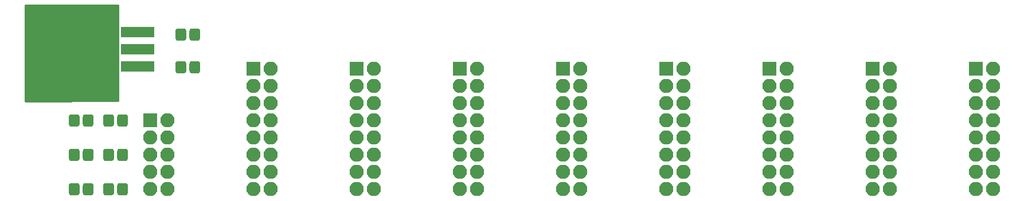
<source format=gbr>
G04 #@! TF.GenerationSoftware,KiCad,Pcbnew,(5.0.0-3-g5ebb6b6)*
G04 #@! TF.CreationDate,2018-12-12T10:22:58+00:00*
G04 #@! TF.ProjectId,PSUExtensionBoard,505355457874656E73696F6E426F6172,rev?*
G04 #@! TF.SameCoordinates,Original*
G04 #@! TF.FileFunction,Soldermask,Top*
G04 #@! TF.FilePolarity,Negative*
%FSLAX46Y46*%
G04 Gerber Fmt 4.6, Leading zero omitted, Abs format (unit mm)*
G04 Created by KiCad (PCBNEW (5.0.0-3-g5ebb6b6)) date Wednesday, 12 December 2018 at 10:22:58*
%MOMM*%
%LPD*%
G01*
G04 APERTURE LIST*
%ADD10R,5.000000X1.500000*%
%ADD11R,9.800000X11.200000*%
%ADD12C,0.100000*%
%ADD13C,1.550000*%
%ADD14R,2.100000X2.100000*%
%ADD15O,2.100000X2.100000*%
%ADD16C,0.254000*%
G04 APERTURE END LIST*
D10*
G04 #@! TO.C,U_REG1*
X66735000Y-92392500D03*
X66735000Y-89852500D03*
X66735000Y-87312500D03*
D11*
X57585000Y-89852500D03*
G04 #@! TD*
D12*
G04 #@! TO.C,C1*
G36*
X73614071Y-91557623D02*
X73646781Y-91562475D01*
X73678857Y-91570509D01*
X73709991Y-91581649D01*
X73739884Y-91595787D01*
X73768247Y-91612787D01*
X73794807Y-91632485D01*
X73819308Y-91654692D01*
X73841515Y-91679193D01*
X73861213Y-91705753D01*
X73878213Y-91734116D01*
X73892351Y-91764009D01*
X73903491Y-91795143D01*
X73911525Y-91827219D01*
X73916377Y-91859929D01*
X73918000Y-91892956D01*
X73918000Y-93019044D01*
X73916377Y-93052071D01*
X73911525Y-93084781D01*
X73903491Y-93116857D01*
X73892351Y-93147991D01*
X73878213Y-93177884D01*
X73861213Y-93206247D01*
X73841515Y-93232807D01*
X73819308Y-93257308D01*
X73794807Y-93279515D01*
X73768247Y-93299213D01*
X73739884Y-93316213D01*
X73709991Y-93330351D01*
X73678857Y-93341491D01*
X73646781Y-93349525D01*
X73614071Y-93354377D01*
X73581044Y-93356000D01*
X72704956Y-93356000D01*
X72671929Y-93354377D01*
X72639219Y-93349525D01*
X72607143Y-93341491D01*
X72576009Y-93330351D01*
X72546116Y-93316213D01*
X72517753Y-93299213D01*
X72491193Y-93279515D01*
X72466692Y-93257308D01*
X72444485Y-93232807D01*
X72424787Y-93206247D01*
X72407787Y-93177884D01*
X72393649Y-93147991D01*
X72382509Y-93116857D01*
X72374475Y-93084781D01*
X72369623Y-93052071D01*
X72368000Y-93019044D01*
X72368000Y-91892956D01*
X72369623Y-91859929D01*
X72374475Y-91827219D01*
X72382509Y-91795143D01*
X72393649Y-91764009D01*
X72407787Y-91734116D01*
X72424787Y-91705753D01*
X72444485Y-91679193D01*
X72466692Y-91654692D01*
X72491193Y-91632485D01*
X72517753Y-91612787D01*
X72546116Y-91595787D01*
X72576009Y-91581649D01*
X72607143Y-91570509D01*
X72639219Y-91562475D01*
X72671929Y-91557623D01*
X72704956Y-91556000D01*
X73581044Y-91556000D01*
X73614071Y-91557623D01*
X73614071Y-91557623D01*
G37*
D13*
X73143000Y-92456000D03*
D12*
G36*
X75664071Y-91557623D02*
X75696781Y-91562475D01*
X75728857Y-91570509D01*
X75759991Y-91581649D01*
X75789884Y-91595787D01*
X75818247Y-91612787D01*
X75844807Y-91632485D01*
X75869308Y-91654692D01*
X75891515Y-91679193D01*
X75911213Y-91705753D01*
X75928213Y-91734116D01*
X75942351Y-91764009D01*
X75953491Y-91795143D01*
X75961525Y-91827219D01*
X75966377Y-91859929D01*
X75968000Y-91892956D01*
X75968000Y-93019044D01*
X75966377Y-93052071D01*
X75961525Y-93084781D01*
X75953491Y-93116857D01*
X75942351Y-93147991D01*
X75928213Y-93177884D01*
X75911213Y-93206247D01*
X75891515Y-93232807D01*
X75869308Y-93257308D01*
X75844807Y-93279515D01*
X75818247Y-93299213D01*
X75789884Y-93316213D01*
X75759991Y-93330351D01*
X75728857Y-93341491D01*
X75696781Y-93349525D01*
X75664071Y-93354377D01*
X75631044Y-93356000D01*
X74754956Y-93356000D01*
X74721929Y-93354377D01*
X74689219Y-93349525D01*
X74657143Y-93341491D01*
X74626009Y-93330351D01*
X74596116Y-93316213D01*
X74567753Y-93299213D01*
X74541193Y-93279515D01*
X74516692Y-93257308D01*
X74494485Y-93232807D01*
X74474787Y-93206247D01*
X74457787Y-93177884D01*
X74443649Y-93147991D01*
X74432509Y-93116857D01*
X74424475Y-93084781D01*
X74419623Y-93052071D01*
X74418000Y-93019044D01*
X74418000Y-91892956D01*
X74419623Y-91859929D01*
X74424475Y-91827219D01*
X74432509Y-91795143D01*
X74443649Y-91764009D01*
X74457787Y-91734116D01*
X74474787Y-91705753D01*
X74494485Y-91679193D01*
X74516692Y-91654692D01*
X74541193Y-91632485D01*
X74567753Y-91612787D01*
X74596116Y-91595787D01*
X74626009Y-91581649D01*
X74657143Y-91570509D01*
X74689219Y-91562475D01*
X74721929Y-91557623D01*
X74754956Y-91556000D01*
X75631044Y-91556000D01*
X75664071Y-91557623D01*
X75664071Y-91557623D01*
G37*
D13*
X75193000Y-92456000D03*
G04 #@! TD*
D12*
G04 #@! TO.C,C2*
G36*
X73614071Y-86731623D02*
X73646781Y-86736475D01*
X73678857Y-86744509D01*
X73709991Y-86755649D01*
X73739884Y-86769787D01*
X73768247Y-86786787D01*
X73794807Y-86806485D01*
X73819308Y-86828692D01*
X73841515Y-86853193D01*
X73861213Y-86879753D01*
X73878213Y-86908116D01*
X73892351Y-86938009D01*
X73903491Y-86969143D01*
X73911525Y-87001219D01*
X73916377Y-87033929D01*
X73918000Y-87066956D01*
X73918000Y-88193044D01*
X73916377Y-88226071D01*
X73911525Y-88258781D01*
X73903491Y-88290857D01*
X73892351Y-88321991D01*
X73878213Y-88351884D01*
X73861213Y-88380247D01*
X73841515Y-88406807D01*
X73819308Y-88431308D01*
X73794807Y-88453515D01*
X73768247Y-88473213D01*
X73739884Y-88490213D01*
X73709991Y-88504351D01*
X73678857Y-88515491D01*
X73646781Y-88523525D01*
X73614071Y-88528377D01*
X73581044Y-88530000D01*
X72704956Y-88530000D01*
X72671929Y-88528377D01*
X72639219Y-88523525D01*
X72607143Y-88515491D01*
X72576009Y-88504351D01*
X72546116Y-88490213D01*
X72517753Y-88473213D01*
X72491193Y-88453515D01*
X72466692Y-88431308D01*
X72444485Y-88406807D01*
X72424787Y-88380247D01*
X72407787Y-88351884D01*
X72393649Y-88321991D01*
X72382509Y-88290857D01*
X72374475Y-88258781D01*
X72369623Y-88226071D01*
X72368000Y-88193044D01*
X72368000Y-87066956D01*
X72369623Y-87033929D01*
X72374475Y-87001219D01*
X72382509Y-86969143D01*
X72393649Y-86938009D01*
X72407787Y-86908116D01*
X72424787Y-86879753D01*
X72444485Y-86853193D01*
X72466692Y-86828692D01*
X72491193Y-86806485D01*
X72517753Y-86786787D01*
X72546116Y-86769787D01*
X72576009Y-86755649D01*
X72607143Y-86744509D01*
X72639219Y-86736475D01*
X72671929Y-86731623D01*
X72704956Y-86730000D01*
X73581044Y-86730000D01*
X73614071Y-86731623D01*
X73614071Y-86731623D01*
G37*
D13*
X73143000Y-87630000D03*
D12*
G36*
X75664071Y-86731623D02*
X75696781Y-86736475D01*
X75728857Y-86744509D01*
X75759991Y-86755649D01*
X75789884Y-86769787D01*
X75818247Y-86786787D01*
X75844807Y-86806485D01*
X75869308Y-86828692D01*
X75891515Y-86853193D01*
X75911213Y-86879753D01*
X75928213Y-86908116D01*
X75942351Y-86938009D01*
X75953491Y-86969143D01*
X75961525Y-87001219D01*
X75966377Y-87033929D01*
X75968000Y-87066956D01*
X75968000Y-88193044D01*
X75966377Y-88226071D01*
X75961525Y-88258781D01*
X75953491Y-88290857D01*
X75942351Y-88321991D01*
X75928213Y-88351884D01*
X75911213Y-88380247D01*
X75891515Y-88406807D01*
X75869308Y-88431308D01*
X75844807Y-88453515D01*
X75818247Y-88473213D01*
X75789884Y-88490213D01*
X75759991Y-88504351D01*
X75728857Y-88515491D01*
X75696781Y-88523525D01*
X75664071Y-88528377D01*
X75631044Y-88530000D01*
X74754956Y-88530000D01*
X74721929Y-88528377D01*
X74689219Y-88523525D01*
X74657143Y-88515491D01*
X74626009Y-88504351D01*
X74596116Y-88490213D01*
X74567753Y-88473213D01*
X74541193Y-88453515D01*
X74516692Y-88431308D01*
X74494485Y-88406807D01*
X74474787Y-88380247D01*
X74457787Y-88351884D01*
X74443649Y-88321991D01*
X74432509Y-88290857D01*
X74424475Y-88258781D01*
X74419623Y-88226071D01*
X74418000Y-88193044D01*
X74418000Y-87066956D01*
X74419623Y-87033929D01*
X74424475Y-87001219D01*
X74432509Y-86969143D01*
X74443649Y-86938009D01*
X74457787Y-86908116D01*
X74474787Y-86879753D01*
X74494485Y-86853193D01*
X74516692Y-86828692D01*
X74541193Y-86806485D01*
X74567753Y-86786787D01*
X74596116Y-86769787D01*
X74626009Y-86755649D01*
X74657143Y-86744509D01*
X74689219Y-86736475D01*
X74721929Y-86731623D01*
X74754956Y-86730000D01*
X75631044Y-86730000D01*
X75664071Y-86731623D01*
X75664071Y-86731623D01*
G37*
D13*
X75193000Y-87630000D03*
G04 #@! TD*
D12*
G04 #@! TO.C,D_5VPP1*
G36*
X57866071Y-104511623D02*
X57898781Y-104516475D01*
X57930857Y-104524509D01*
X57961991Y-104535649D01*
X57991884Y-104549787D01*
X58020247Y-104566787D01*
X58046807Y-104586485D01*
X58071308Y-104608692D01*
X58093515Y-104633193D01*
X58113213Y-104659753D01*
X58130213Y-104688116D01*
X58144351Y-104718009D01*
X58155491Y-104749143D01*
X58163525Y-104781219D01*
X58168377Y-104813929D01*
X58170000Y-104846956D01*
X58170000Y-105973044D01*
X58168377Y-106006071D01*
X58163525Y-106038781D01*
X58155491Y-106070857D01*
X58144351Y-106101991D01*
X58130213Y-106131884D01*
X58113213Y-106160247D01*
X58093515Y-106186807D01*
X58071308Y-106211308D01*
X58046807Y-106233515D01*
X58020247Y-106253213D01*
X57991884Y-106270213D01*
X57961991Y-106284351D01*
X57930857Y-106295491D01*
X57898781Y-106303525D01*
X57866071Y-106308377D01*
X57833044Y-106310000D01*
X56956956Y-106310000D01*
X56923929Y-106308377D01*
X56891219Y-106303525D01*
X56859143Y-106295491D01*
X56828009Y-106284351D01*
X56798116Y-106270213D01*
X56769753Y-106253213D01*
X56743193Y-106233515D01*
X56718692Y-106211308D01*
X56696485Y-106186807D01*
X56676787Y-106160247D01*
X56659787Y-106131884D01*
X56645649Y-106101991D01*
X56634509Y-106070857D01*
X56626475Y-106038781D01*
X56621623Y-106006071D01*
X56620000Y-105973044D01*
X56620000Y-104846956D01*
X56621623Y-104813929D01*
X56626475Y-104781219D01*
X56634509Y-104749143D01*
X56645649Y-104718009D01*
X56659787Y-104688116D01*
X56676787Y-104659753D01*
X56696485Y-104633193D01*
X56718692Y-104608692D01*
X56743193Y-104586485D01*
X56769753Y-104566787D01*
X56798116Y-104549787D01*
X56828009Y-104535649D01*
X56859143Y-104524509D01*
X56891219Y-104516475D01*
X56923929Y-104511623D01*
X56956956Y-104510000D01*
X57833044Y-104510000D01*
X57866071Y-104511623D01*
X57866071Y-104511623D01*
G37*
D13*
X57395000Y-105410000D03*
D12*
G36*
X59916071Y-104511623D02*
X59948781Y-104516475D01*
X59980857Y-104524509D01*
X60011991Y-104535649D01*
X60041884Y-104549787D01*
X60070247Y-104566787D01*
X60096807Y-104586485D01*
X60121308Y-104608692D01*
X60143515Y-104633193D01*
X60163213Y-104659753D01*
X60180213Y-104688116D01*
X60194351Y-104718009D01*
X60205491Y-104749143D01*
X60213525Y-104781219D01*
X60218377Y-104813929D01*
X60220000Y-104846956D01*
X60220000Y-105973044D01*
X60218377Y-106006071D01*
X60213525Y-106038781D01*
X60205491Y-106070857D01*
X60194351Y-106101991D01*
X60180213Y-106131884D01*
X60163213Y-106160247D01*
X60143515Y-106186807D01*
X60121308Y-106211308D01*
X60096807Y-106233515D01*
X60070247Y-106253213D01*
X60041884Y-106270213D01*
X60011991Y-106284351D01*
X59980857Y-106295491D01*
X59948781Y-106303525D01*
X59916071Y-106308377D01*
X59883044Y-106310000D01*
X59006956Y-106310000D01*
X58973929Y-106308377D01*
X58941219Y-106303525D01*
X58909143Y-106295491D01*
X58878009Y-106284351D01*
X58848116Y-106270213D01*
X58819753Y-106253213D01*
X58793193Y-106233515D01*
X58768692Y-106211308D01*
X58746485Y-106186807D01*
X58726787Y-106160247D01*
X58709787Y-106131884D01*
X58695649Y-106101991D01*
X58684509Y-106070857D01*
X58676475Y-106038781D01*
X58671623Y-106006071D01*
X58670000Y-105973044D01*
X58670000Y-104846956D01*
X58671623Y-104813929D01*
X58676475Y-104781219D01*
X58684509Y-104749143D01*
X58695649Y-104718009D01*
X58709787Y-104688116D01*
X58726787Y-104659753D01*
X58746485Y-104633193D01*
X58768692Y-104608692D01*
X58793193Y-104586485D01*
X58819753Y-104566787D01*
X58848116Y-104549787D01*
X58878009Y-104535649D01*
X58909143Y-104524509D01*
X58941219Y-104516475D01*
X58973929Y-104511623D01*
X59006956Y-104510000D01*
X59883044Y-104510000D01*
X59916071Y-104511623D01*
X59916071Y-104511623D01*
G37*
D13*
X59445000Y-105410000D03*
G04 #@! TD*
D12*
G04 #@! TO.C,D_NEG1*
G36*
X57866071Y-109591623D02*
X57898781Y-109596475D01*
X57930857Y-109604509D01*
X57961991Y-109615649D01*
X57991884Y-109629787D01*
X58020247Y-109646787D01*
X58046807Y-109666485D01*
X58071308Y-109688692D01*
X58093515Y-109713193D01*
X58113213Y-109739753D01*
X58130213Y-109768116D01*
X58144351Y-109798009D01*
X58155491Y-109829143D01*
X58163525Y-109861219D01*
X58168377Y-109893929D01*
X58170000Y-109926956D01*
X58170000Y-111053044D01*
X58168377Y-111086071D01*
X58163525Y-111118781D01*
X58155491Y-111150857D01*
X58144351Y-111181991D01*
X58130213Y-111211884D01*
X58113213Y-111240247D01*
X58093515Y-111266807D01*
X58071308Y-111291308D01*
X58046807Y-111313515D01*
X58020247Y-111333213D01*
X57991884Y-111350213D01*
X57961991Y-111364351D01*
X57930857Y-111375491D01*
X57898781Y-111383525D01*
X57866071Y-111388377D01*
X57833044Y-111390000D01*
X56956956Y-111390000D01*
X56923929Y-111388377D01*
X56891219Y-111383525D01*
X56859143Y-111375491D01*
X56828009Y-111364351D01*
X56798116Y-111350213D01*
X56769753Y-111333213D01*
X56743193Y-111313515D01*
X56718692Y-111291308D01*
X56696485Y-111266807D01*
X56676787Y-111240247D01*
X56659787Y-111211884D01*
X56645649Y-111181991D01*
X56634509Y-111150857D01*
X56626475Y-111118781D01*
X56621623Y-111086071D01*
X56620000Y-111053044D01*
X56620000Y-109926956D01*
X56621623Y-109893929D01*
X56626475Y-109861219D01*
X56634509Y-109829143D01*
X56645649Y-109798009D01*
X56659787Y-109768116D01*
X56676787Y-109739753D01*
X56696485Y-109713193D01*
X56718692Y-109688692D01*
X56743193Y-109666485D01*
X56769753Y-109646787D01*
X56798116Y-109629787D01*
X56828009Y-109615649D01*
X56859143Y-109604509D01*
X56891219Y-109596475D01*
X56923929Y-109591623D01*
X56956956Y-109590000D01*
X57833044Y-109590000D01*
X57866071Y-109591623D01*
X57866071Y-109591623D01*
G37*
D13*
X57395000Y-110490000D03*
D12*
G36*
X59916071Y-109591623D02*
X59948781Y-109596475D01*
X59980857Y-109604509D01*
X60011991Y-109615649D01*
X60041884Y-109629787D01*
X60070247Y-109646787D01*
X60096807Y-109666485D01*
X60121308Y-109688692D01*
X60143515Y-109713193D01*
X60163213Y-109739753D01*
X60180213Y-109768116D01*
X60194351Y-109798009D01*
X60205491Y-109829143D01*
X60213525Y-109861219D01*
X60218377Y-109893929D01*
X60220000Y-109926956D01*
X60220000Y-111053044D01*
X60218377Y-111086071D01*
X60213525Y-111118781D01*
X60205491Y-111150857D01*
X60194351Y-111181991D01*
X60180213Y-111211884D01*
X60163213Y-111240247D01*
X60143515Y-111266807D01*
X60121308Y-111291308D01*
X60096807Y-111313515D01*
X60070247Y-111333213D01*
X60041884Y-111350213D01*
X60011991Y-111364351D01*
X59980857Y-111375491D01*
X59948781Y-111383525D01*
X59916071Y-111388377D01*
X59883044Y-111390000D01*
X59006956Y-111390000D01*
X58973929Y-111388377D01*
X58941219Y-111383525D01*
X58909143Y-111375491D01*
X58878009Y-111364351D01*
X58848116Y-111350213D01*
X58819753Y-111333213D01*
X58793193Y-111313515D01*
X58768692Y-111291308D01*
X58746485Y-111266807D01*
X58726787Y-111240247D01*
X58709787Y-111211884D01*
X58695649Y-111181991D01*
X58684509Y-111150857D01*
X58676475Y-111118781D01*
X58671623Y-111086071D01*
X58670000Y-111053044D01*
X58670000Y-109926956D01*
X58671623Y-109893929D01*
X58676475Y-109861219D01*
X58684509Y-109829143D01*
X58695649Y-109798009D01*
X58709787Y-109768116D01*
X58726787Y-109739753D01*
X58746485Y-109713193D01*
X58768692Y-109688692D01*
X58793193Y-109666485D01*
X58819753Y-109646787D01*
X58848116Y-109629787D01*
X58878009Y-109615649D01*
X58909143Y-109604509D01*
X58941219Y-109596475D01*
X58973929Y-109591623D01*
X59006956Y-109590000D01*
X59883044Y-109590000D01*
X59916071Y-109591623D01*
X59916071Y-109591623D01*
G37*
D13*
X59445000Y-110490000D03*
G04 #@! TD*
D12*
G04 #@! TO.C,D_POS1*
G36*
X57866071Y-99431623D02*
X57898781Y-99436475D01*
X57930857Y-99444509D01*
X57961991Y-99455649D01*
X57991884Y-99469787D01*
X58020247Y-99486787D01*
X58046807Y-99506485D01*
X58071308Y-99528692D01*
X58093515Y-99553193D01*
X58113213Y-99579753D01*
X58130213Y-99608116D01*
X58144351Y-99638009D01*
X58155491Y-99669143D01*
X58163525Y-99701219D01*
X58168377Y-99733929D01*
X58170000Y-99766956D01*
X58170000Y-100893044D01*
X58168377Y-100926071D01*
X58163525Y-100958781D01*
X58155491Y-100990857D01*
X58144351Y-101021991D01*
X58130213Y-101051884D01*
X58113213Y-101080247D01*
X58093515Y-101106807D01*
X58071308Y-101131308D01*
X58046807Y-101153515D01*
X58020247Y-101173213D01*
X57991884Y-101190213D01*
X57961991Y-101204351D01*
X57930857Y-101215491D01*
X57898781Y-101223525D01*
X57866071Y-101228377D01*
X57833044Y-101230000D01*
X56956956Y-101230000D01*
X56923929Y-101228377D01*
X56891219Y-101223525D01*
X56859143Y-101215491D01*
X56828009Y-101204351D01*
X56798116Y-101190213D01*
X56769753Y-101173213D01*
X56743193Y-101153515D01*
X56718692Y-101131308D01*
X56696485Y-101106807D01*
X56676787Y-101080247D01*
X56659787Y-101051884D01*
X56645649Y-101021991D01*
X56634509Y-100990857D01*
X56626475Y-100958781D01*
X56621623Y-100926071D01*
X56620000Y-100893044D01*
X56620000Y-99766956D01*
X56621623Y-99733929D01*
X56626475Y-99701219D01*
X56634509Y-99669143D01*
X56645649Y-99638009D01*
X56659787Y-99608116D01*
X56676787Y-99579753D01*
X56696485Y-99553193D01*
X56718692Y-99528692D01*
X56743193Y-99506485D01*
X56769753Y-99486787D01*
X56798116Y-99469787D01*
X56828009Y-99455649D01*
X56859143Y-99444509D01*
X56891219Y-99436475D01*
X56923929Y-99431623D01*
X56956956Y-99430000D01*
X57833044Y-99430000D01*
X57866071Y-99431623D01*
X57866071Y-99431623D01*
G37*
D13*
X57395000Y-100330000D03*
D12*
G36*
X59916071Y-99431623D02*
X59948781Y-99436475D01*
X59980857Y-99444509D01*
X60011991Y-99455649D01*
X60041884Y-99469787D01*
X60070247Y-99486787D01*
X60096807Y-99506485D01*
X60121308Y-99528692D01*
X60143515Y-99553193D01*
X60163213Y-99579753D01*
X60180213Y-99608116D01*
X60194351Y-99638009D01*
X60205491Y-99669143D01*
X60213525Y-99701219D01*
X60218377Y-99733929D01*
X60220000Y-99766956D01*
X60220000Y-100893044D01*
X60218377Y-100926071D01*
X60213525Y-100958781D01*
X60205491Y-100990857D01*
X60194351Y-101021991D01*
X60180213Y-101051884D01*
X60163213Y-101080247D01*
X60143515Y-101106807D01*
X60121308Y-101131308D01*
X60096807Y-101153515D01*
X60070247Y-101173213D01*
X60041884Y-101190213D01*
X60011991Y-101204351D01*
X59980857Y-101215491D01*
X59948781Y-101223525D01*
X59916071Y-101228377D01*
X59883044Y-101230000D01*
X59006956Y-101230000D01*
X58973929Y-101228377D01*
X58941219Y-101223525D01*
X58909143Y-101215491D01*
X58878009Y-101204351D01*
X58848116Y-101190213D01*
X58819753Y-101173213D01*
X58793193Y-101153515D01*
X58768692Y-101131308D01*
X58746485Y-101106807D01*
X58726787Y-101080247D01*
X58709787Y-101051884D01*
X58695649Y-101021991D01*
X58684509Y-100990857D01*
X58676475Y-100958781D01*
X58671623Y-100926071D01*
X58670000Y-100893044D01*
X58670000Y-99766956D01*
X58671623Y-99733929D01*
X58676475Y-99701219D01*
X58684509Y-99669143D01*
X58695649Y-99638009D01*
X58709787Y-99608116D01*
X58726787Y-99579753D01*
X58746485Y-99553193D01*
X58768692Y-99528692D01*
X58793193Y-99506485D01*
X58819753Y-99486787D01*
X58848116Y-99469787D01*
X58878009Y-99455649D01*
X58909143Y-99444509D01*
X58941219Y-99436475D01*
X58973929Y-99431623D01*
X59006956Y-99430000D01*
X59883044Y-99430000D01*
X59916071Y-99431623D01*
X59916071Y-99431623D01*
G37*
D13*
X59445000Y-100330000D03*
G04 #@! TD*
D14*
G04 #@! TO.C,J_IN1*
X68580000Y-100330000D03*
D15*
X71120000Y-100330000D03*
X68580000Y-102870000D03*
X71120000Y-102870000D03*
X68580000Y-105410000D03*
X71120000Y-105410000D03*
X68580000Y-107950000D03*
X71120000Y-107950000D03*
X68580000Y-110490000D03*
X71120000Y-110490000D03*
G04 #@! TD*
D14*
G04 #@! TO.C,J_OUT1*
X83820000Y-92710000D03*
D15*
X86360000Y-92710000D03*
X83820000Y-95250000D03*
X86360000Y-95250000D03*
X83820000Y-97790000D03*
X86360000Y-97790000D03*
X83820000Y-100330000D03*
X86360000Y-100330000D03*
X83820000Y-102870000D03*
X86360000Y-102870000D03*
X83820000Y-105410000D03*
X86360000Y-105410000D03*
X83820000Y-107950000D03*
X86360000Y-107950000D03*
X83820000Y-110490000D03*
X86360000Y-110490000D03*
G04 #@! TD*
G04 #@! TO.C,J_OUT2*
X101600000Y-110490000D03*
X99060000Y-110490000D03*
X101600000Y-107950000D03*
X99060000Y-107950000D03*
X101600000Y-105410000D03*
X99060000Y-105410000D03*
X101600000Y-102870000D03*
X99060000Y-102870000D03*
X101600000Y-100330000D03*
X99060000Y-100330000D03*
X101600000Y-97790000D03*
X99060000Y-97790000D03*
X101600000Y-95250000D03*
X99060000Y-95250000D03*
X101600000Y-92710000D03*
D14*
X99060000Y-92710000D03*
G04 #@! TD*
G04 #@! TO.C,J_OUT3*
X114300000Y-92710000D03*
D15*
X116840000Y-92710000D03*
X114300000Y-95250000D03*
X116840000Y-95250000D03*
X114300000Y-97790000D03*
X116840000Y-97790000D03*
X114300000Y-100330000D03*
X116840000Y-100330000D03*
X114300000Y-102870000D03*
X116840000Y-102870000D03*
X114300000Y-105410000D03*
X116840000Y-105410000D03*
X114300000Y-107950000D03*
X116840000Y-107950000D03*
X114300000Y-110490000D03*
X116840000Y-110490000D03*
G04 #@! TD*
G04 #@! TO.C,J_OUT4*
X132080000Y-110490000D03*
X129540000Y-110490000D03*
X132080000Y-107950000D03*
X129540000Y-107950000D03*
X132080000Y-105410000D03*
X129540000Y-105410000D03*
X132080000Y-102870000D03*
X129540000Y-102870000D03*
X132080000Y-100330000D03*
X129540000Y-100330000D03*
X132080000Y-97790000D03*
X129540000Y-97790000D03*
X132080000Y-95250000D03*
X129540000Y-95250000D03*
X132080000Y-92710000D03*
D14*
X129540000Y-92710000D03*
G04 #@! TD*
G04 #@! TO.C,J_OUT5*
X144780000Y-92710000D03*
D15*
X147320000Y-92710000D03*
X144780000Y-95250000D03*
X147320000Y-95250000D03*
X144780000Y-97790000D03*
X147320000Y-97790000D03*
X144780000Y-100330000D03*
X147320000Y-100330000D03*
X144780000Y-102870000D03*
X147320000Y-102870000D03*
X144780000Y-105410000D03*
X147320000Y-105410000D03*
X144780000Y-107950000D03*
X147320000Y-107950000D03*
X144780000Y-110490000D03*
X147320000Y-110490000D03*
G04 #@! TD*
G04 #@! TO.C,J_OUT6*
X162560000Y-110490000D03*
X160020000Y-110490000D03*
X162560000Y-107950000D03*
X160020000Y-107950000D03*
X162560000Y-105410000D03*
X160020000Y-105410000D03*
X162560000Y-102870000D03*
X160020000Y-102870000D03*
X162560000Y-100330000D03*
X160020000Y-100330000D03*
X162560000Y-97790000D03*
X160020000Y-97790000D03*
X162560000Y-95250000D03*
X160020000Y-95250000D03*
X162560000Y-92710000D03*
D14*
X160020000Y-92710000D03*
G04 #@! TD*
G04 #@! TO.C,J_OUT7*
X175260000Y-92710000D03*
D15*
X177800000Y-92710000D03*
X175260000Y-95250000D03*
X177800000Y-95250000D03*
X175260000Y-97790000D03*
X177800000Y-97790000D03*
X175260000Y-100330000D03*
X177800000Y-100330000D03*
X175260000Y-102870000D03*
X177800000Y-102870000D03*
X175260000Y-105410000D03*
X177800000Y-105410000D03*
X175260000Y-107950000D03*
X177800000Y-107950000D03*
X175260000Y-110490000D03*
X177800000Y-110490000D03*
G04 #@! TD*
G04 #@! TO.C,J_OUT8*
X193040000Y-110490000D03*
X190500000Y-110490000D03*
X193040000Y-107950000D03*
X190500000Y-107950000D03*
X193040000Y-105410000D03*
X190500000Y-105410000D03*
X193040000Y-102870000D03*
X190500000Y-102870000D03*
X193040000Y-100330000D03*
X190500000Y-100330000D03*
X193040000Y-97790000D03*
X190500000Y-97790000D03*
X193040000Y-95250000D03*
X190500000Y-95250000D03*
X193040000Y-92710000D03*
D14*
X190500000Y-92710000D03*
G04 #@! TD*
D12*
G04 #@! TO.C,R_5VPP1*
G36*
X62946071Y-104511623D02*
X62978781Y-104516475D01*
X63010857Y-104524509D01*
X63041991Y-104535649D01*
X63071884Y-104549787D01*
X63100247Y-104566787D01*
X63126807Y-104586485D01*
X63151308Y-104608692D01*
X63173515Y-104633193D01*
X63193213Y-104659753D01*
X63210213Y-104688116D01*
X63224351Y-104718009D01*
X63235491Y-104749143D01*
X63243525Y-104781219D01*
X63248377Y-104813929D01*
X63250000Y-104846956D01*
X63250000Y-105973044D01*
X63248377Y-106006071D01*
X63243525Y-106038781D01*
X63235491Y-106070857D01*
X63224351Y-106101991D01*
X63210213Y-106131884D01*
X63193213Y-106160247D01*
X63173515Y-106186807D01*
X63151308Y-106211308D01*
X63126807Y-106233515D01*
X63100247Y-106253213D01*
X63071884Y-106270213D01*
X63041991Y-106284351D01*
X63010857Y-106295491D01*
X62978781Y-106303525D01*
X62946071Y-106308377D01*
X62913044Y-106310000D01*
X62036956Y-106310000D01*
X62003929Y-106308377D01*
X61971219Y-106303525D01*
X61939143Y-106295491D01*
X61908009Y-106284351D01*
X61878116Y-106270213D01*
X61849753Y-106253213D01*
X61823193Y-106233515D01*
X61798692Y-106211308D01*
X61776485Y-106186807D01*
X61756787Y-106160247D01*
X61739787Y-106131884D01*
X61725649Y-106101991D01*
X61714509Y-106070857D01*
X61706475Y-106038781D01*
X61701623Y-106006071D01*
X61700000Y-105973044D01*
X61700000Y-104846956D01*
X61701623Y-104813929D01*
X61706475Y-104781219D01*
X61714509Y-104749143D01*
X61725649Y-104718009D01*
X61739787Y-104688116D01*
X61756787Y-104659753D01*
X61776485Y-104633193D01*
X61798692Y-104608692D01*
X61823193Y-104586485D01*
X61849753Y-104566787D01*
X61878116Y-104549787D01*
X61908009Y-104535649D01*
X61939143Y-104524509D01*
X61971219Y-104516475D01*
X62003929Y-104511623D01*
X62036956Y-104510000D01*
X62913044Y-104510000D01*
X62946071Y-104511623D01*
X62946071Y-104511623D01*
G37*
D13*
X62475000Y-105410000D03*
D12*
G36*
X64996071Y-104511623D02*
X65028781Y-104516475D01*
X65060857Y-104524509D01*
X65091991Y-104535649D01*
X65121884Y-104549787D01*
X65150247Y-104566787D01*
X65176807Y-104586485D01*
X65201308Y-104608692D01*
X65223515Y-104633193D01*
X65243213Y-104659753D01*
X65260213Y-104688116D01*
X65274351Y-104718009D01*
X65285491Y-104749143D01*
X65293525Y-104781219D01*
X65298377Y-104813929D01*
X65300000Y-104846956D01*
X65300000Y-105973044D01*
X65298377Y-106006071D01*
X65293525Y-106038781D01*
X65285491Y-106070857D01*
X65274351Y-106101991D01*
X65260213Y-106131884D01*
X65243213Y-106160247D01*
X65223515Y-106186807D01*
X65201308Y-106211308D01*
X65176807Y-106233515D01*
X65150247Y-106253213D01*
X65121884Y-106270213D01*
X65091991Y-106284351D01*
X65060857Y-106295491D01*
X65028781Y-106303525D01*
X64996071Y-106308377D01*
X64963044Y-106310000D01*
X64086956Y-106310000D01*
X64053929Y-106308377D01*
X64021219Y-106303525D01*
X63989143Y-106295491D01*
X63958009Y-106284351D01*
X63928116Y-106270213D01*
X63899753Y-106253213D01*
X63873193Y-106233515D01*
X63848692Y-106211308D01*
X63826485Y-106186807D01*
X63806787Y-106160247D01*
X63789787Y-106131884D01*
X63775649Y-106101991D01*
X63764509Y-106070857D01*
X63756475Y-106038781D01*
X63751623Y-106006071D01*
X63750000Y-105973044D01*
X63750000Y-104846956D01*
X63751623Y-104813929D01*
X63756475Y-104781219D01*
X63764509Y-104749143D01*
X63775649Y-104718009D01*
X63789787Y-104688116D01*
X63806787Y-104659753D01*
X63826485Y-104633193D01*
X63848692Y-104608692D01*
X63873193Y-104586485D01*
X63899753Y-104566787D01*
X63928116Y-104549787D01*
X63958009Y-104535649D01*
X63989143Y-104524509D01*
X64021219Y-104516475D01*
X64053929Y-104511623D01*
X64086956Y-104510000D01*
X64963044Y-104510000D01*
X64996071Y-104511623D01*
X64996071Y-104511623D01*
G37*
D13*
X64525000Y-105410000D03*
G04 #@! TD*
D12*
G04 #@! TO.C,R_NEG1*
G36*
X62946071Y-109591623D02*
X62978781Y-109596475D01*
X63010857Y-109604509D01*
X63041991Y-109615649D01*
X63071884Y-109629787D01*
X63100247Y-109646787D01*
X63126807Y-109666485D01*
X63151308Y-109688692D01*
X63173515Y-109713193D01*
X63193213Y-109739753D01*
X63210213Y-109768116D01*
X63224351Y-109798009D01*
X63235491Y-109829143D01*
X63243525Y-109861219D01*
X63248377Y-109893929D01*
X63250000Y-109926956D01*
X63250000Y-111053044D01*
X63248377Y-111086071D01*
X63243525Y-111118781D01*
X63235491Y-111150857D01*
X63224351Y-111181991D01*
X63210213Y-111211884D01*
X63193213Y-111240247D01*
X63173515Y-111266807D01*
X63151308Y-111291308D01*
X63126807Y-111313515D01*
X63100247Y-111333213D01*
X63071884Y-111350213D01*
X63041991Y-111364351D01*
X63010857Y-111375491D01*
X62978781Y-111383525D01*
X62946071Y-111388377D01*
X62913044Y-111390000D01*
X62036956Y-111390000D01*
X62003929Y-111388377D01*
X61971219Y-111383525D01*
X61939143Y-111375491D01*
X61908009Y-111364351D01*
X61878116Y-111350213D01*
X61849753Y-111333213D01*
X61823193Y-111313515D01*
X61798692Y-111291308D01*
X61776485Y-111266807D01*
X61756787Y-111240247D01*
X61739787Y-111211884D01*
X61725649Y-111181991D01*
X61714509Y-111150857D01*
X61706475Y-111118781D01*
X61701623Y-111086071D01*
X61700000Y-111053044D01*
X61700000Y-109926956D01*
X61701623Y-109893929D01*
X61706475Y-109861219D01*
X61714509Y-109829143D01*
X61725649Y-109798009D01*
X61739787Y-109768116D01*
X61756787Y-109739753D01*
X61776485Y-109713193D01*
X61798692Y-109688692D01*
X61823193Y-109666485D01*
X61849753Y-109646787D01*
X61878116Y-109629787D01*
X61908009Y-109615649D01*
X61939143Y-109604509D01*
X61971219Y-109596475D01*
X62003929Y-109591623D01*
X62036956Y-109590000D01*
X62913044Y-109590000D01*
X62946071Y-109591623D01*
X62946071Y-109591623D01*
G37*
D13*
X62475000Y-110490000D03*
D12*
G36*
X64996071Y-109591623D02*
X65028781Y-109596475D01*
X65060857Y-109604509D01*
X65091991Y-109615649D01*
X65121884Y-109629787D01*
X65150247Y-109646787D01*
X65176807Y-109666485D01*
X65201308Y-109688692D01*
X65223515Y-109713193D01*
X65243213Y-109739753D01*
X65260213Y-109768116D01*
X65274351Y-109798009D01*
X65285491Y-109829143D01*
X65293525Y-109861219D01*
X65298377Y-109893929D01*
X65300000Y-109926956D01*
X65300000Y-111053044D01*
X65298377Y-111086071D01*
X65293525Y-111118781D01*
X65285491Y-111150857D01*
X65274351Y-111181991D01*
X65260213Y-111211884D01*
X65243213Y-111240247D01*
X65223515Y-111266807D01*
X65201308Y-111291308D01*
X65176807Y-111313515D01*
X65150247Y-111333213D01*
X65121884Y-111350213D01*
X65091991Y-111364351D01*
X65060857Y-111375491D01*
X65028781Y-111383525D01*
X64996071Y-111388377D01*
X64963044Y-111390000D01*
X64086956Y-111390000D01*
X64053929Y-111388377D01*
X64021219Y-111383525D01*
X63989143Y-111375491D01*
X63958009Y-111364351D01*
X63928116Y-111350213D01*
X63899753Y-111333213D01*
X63873193Y-111313515D01*
X63848692Y-111291308D01*
X63826485Y-111266807D01*
X63806787Y-111240247D01*
X63789787Y-111211884D01*
X63775649Y-111181991D01*
X63764509Y-111150857D01*
X63756475Y-111118781D01*
X63751623Y-111086071D01*
X63750000Y-111053044D01*
X63750000Y-109926956D01*
X63751623Y-109893929D01*
X63756475Y-109861219D01*
X63764509Y-109829143D01*
X63775649Y-109798009D01*
X63789787Y-109768116D01*
X63806787Y-109739753D01*
X63826485Y-109713193D01*
X63848692Y-109688692D01*
X63873193Y-109666485D01*
X63899753Y-109646787D01*
X63928116Y-109629787D01*
X63958009Y-109615649D01*
X63989143Y-109604509D01*
X64021219Y-109596475D01*
X64053929Y-109591623D01*
X64086956Y-109590000D01*
X64963044Y-109590000D01*
X64996071Y-109591623D01*
X64996071Y-109591623D01*
G37*
D13*
X64525000Y-110490000D03*
G04 #@! TD*
D12*
G04 #@! TO.C,R_POS1*
G36*
X62946071Y-99431623D02*
X62978781Y-99436475D01*
X63010857Y-99444509D01*
X63041991Y-99455649D01*
X63071884Y-99469787D01*
X63100247Y-99486787D01*
X63126807Y-99506485D01*
X63151308Y-99528692D01*
X63173515Y-99553193D01*
X63193213Y-99579753D01*
X63210213Y-99608116D01*
X63224351Y-99638009D01*
X63235491Y-99669143D01*
X63243525Y-99701219D01*
X63248377Y-99733929D01*
X63250000Y-99766956D01*
X63250000Y-100893044D01*
X63248377Y-100926071D01*
X63243525Y-100958781D01*
X63235491Y-100990857D01*
X63224351Y-101021991D01*
X63210213Y-101051884D01*
X63193213Y-101080247D01*
X63173515Y-101106807D01*
X63151308Y-101131308D01*
X63126807Y-101153515D01*
X63100247Y-101173213D01*
X63071884Y-101190213D01*
X63041991Y-101204351D01*
X63010857Y-101215491D01*
X62978781Y-101223525D01*
X62946071Y-101228377D01*
X62913044Y-101230000D01*
X62036956Y-101230000D01*
X62003929Y-101228377D01*
X61971219Y-101223525D01*
X61939143Y-101215491D01*
X61908009Y-101204351D01*
X61878116Y-101190213D01*
X61849753Y-101173213D01*
X61823193Y-101153515D01*
X61798692Y-101131308D01*
X61776485Y-101106807D01*
X61756787Y-101080247D01*
X61739787Y-101051884D01*
X61725649Y-101021991D01*
X61714509Y-100990857D01*
X61706475Y-100958781D01*
X61701623Y-100926071D01*
X61700000Y-100893044D01*
X61700000Y-99766956D01*
X61701623Y-99733929D01*
X61706475Y-99701219D01*
X61714509Y-99669143D01*
X61725649Y-99638009D01*
X61739787Y-99608116D01*
X61756787Y-99579753D01*
X61776485Y-99553193D01*
X61798692Y-99528692D01*
X61823193Y-99506485D01*
X61849753Y-99486787D01*
X61878116Y-99469787D01*
X61908009Y-99455649D01*
X61939143Y-99444509D01*
X61971219Y-99436475D01*
X62003929Y-99431623D01*
X62036956Y-99430000D01*
X62913044Y-99430000D01*
X62946071Y-99431623D01*
X62946071Y-99431623D01*
G37*
D13*
X62475000Y-100330000D03*
D12*
G36*
X64996071Y-99431623D02*
X65028781Y-99436475D01*
X65060857Y-99444509D01*
X65091991Y-99455649D01*
X65121884Y-99469787D01*
X65150247Y-99486787D01*
X65176807Y-99506485D01*
X65201308Y-99528692D01*
X65223515Y-99553193D01*
X65243213Y-99579753D01*
X65260213Y-99608116D01*
X65274351Y-99638009D01*
X65285491Y-99669143D01*
X65293525Y-99701219D01*
X65298377Y-99733929D01*
X65300000Y-99766956D01*
X65300000Y-100893044D01*
X65298377Y-100926071D01*
X65293525Y-100958781D01*
X65285491Y-100990857D01*
X65274351Y-101021991D01*
X65260213Y-101051884D01*
X65243213Y-101080247D01*
X65223515Y-101106807D01*
X65201308Y-101131308D01*
X65176807Y-101153515D01*
X65150247Y-101173213D01*
X65121884Y-101190213D01*
X65091991Y-101204351D01*
X65060857Y-101215491D01*
X65028781Y-101223525D01*
X64996071Y-101228377D01*
X64963044Y-101230000D01*
X64086956Y-101230000D01*
X64053929Y-101228377D01*
X64021219Y-101223525D01*
X63989143Y-101215491D01*
X63958009Y-101204351D01*
X63928116Y-101190213D01*
X63899753Y-101173213D01*
X63873193Y-101153515D01*
X63848692Y-101131308D01*
X63826485Y-101106807D01*
X63806787Y-101080247D01*
X63789787Y-101051884D01*
X63775649Y-101021991D01*
X63764509Y-100990857D01*
X63756475Y-100958781D01*
X63751623Y-100926071D01*
X63750000Y-100893044D01*
X63750000Y-99766956D01*
X63751623Y-99733929D01*
X63756475Y-99701219D01*
X63764509Y-99669143D01*
X63775649Y-99638009D01*
X63789787Y-99608116D01*
X63806787Y-99579753D01*
X63826485Y-99553193D01*
X63848692Y-99528692D01*
X63873193Y-99506485D01*
X63899753Y-99486787D01*
X63928116Y-99469787D01*
X63958009Y-99455649D01*
X63989143Y-99444509D01*
X64021219Y-99436475D01*
X64053929Y-99431623D01*
X64086956Y-99430000D01*
X64963044Y-99430000D01*
X64996071Y-99431623D01*
X64996071Y-99431623D01*
G37*
D13*
X64525000Y-100330000D03*
G04 #@! TD*
D16*
G36*
X63881000Y-97410149D02*
X50165000Y-97534840D01*
X50165000Y-83312000D01*
X63881000Y-83312000D01*
X63881000Y-97410149D01*
X63881000Y-97410149D01*
G37*
X63881000Y-97410149D02*
X50165000Y-97534840D01*
X50165000Y-83312000D01*
X63881000Y-83312000D01*
X63881000Y-97410149D01*
M02*

</source>
